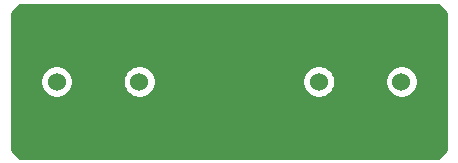
<source format=gbl>
%TF.GenerationSoftware,KiCad,Pcbnew,(5.1.6)-1*%
%TF.CreationDate,2020-08-02T04:50:32+09:00*%
%TF.ProjectId,DummyMic,44756d6d-794d-4696-932e-6b696361645f,rev?*%
%TF.SameCoordinates,Original*%
%TF.FileFunction,Copper,L2,Bot*%
%TF.FilePolarity,Positive*%
%FSLAX46Y46*%
G04 Gerber Fmt 4.6, Leading zero omitted, Abs format (unit mm)*
G04 Created by KiCad (PCBNEW (5.1.6)-1) date 2020-08-02 04:50:32*
%MOMM*%
%LPD*%
G01*
G04 APERTURE LIST*
%TA.AperFunction,ComponentPad*%
%ADD10C,1.524000*%
%TD*%
%TA.AperFunction,ViaPad*%
%ADD11C,0.800000*%
%TD*%
%TA.AperFunction,Conductor*%
%ADD12C,0.254000*%
%TD*%
G04 APERTURE END LIST*
D10*
%TO.P,J2,*%
%TO.N,*%
X165000000Y-73000000D03*
X172000000Y-73000000D03*
%TD*%
%TO.P,J1,*%
%TO.N,*%
X149795000Y-73000000D03*
X142795000Y-73000000D03*
%TD*%
D11*
%TO.N,GND*%
X146500000Y-72900000D03*
X168700000Y-73100000D03*
X160500000Y-77000000D03*
X174000000Y-69200000D03*
X162400000Y-73300000D03*
X160500000Y-68900000D03*
X144200000Y-76800000D03*
%TD*%
D12*
%TO.N,GND*%
G36*
X175740001Y-67173382D02*
G01*
X175740000Y-78826619D01*
X175126620Y-79440000D01*
X139673381Y-79440000D01*
X139060000Y-78826620D01*
X139060000Y-72862408D01*
X141398000Y-72862408D01*
X141398000Y-73137592D01*
X141451686Y-73407490D01*
X141556995Y-73661727D01*
X141709880Y-73890535D01*
X141904465Y-74085120D01*
X142133273Y-74238005D01*
X142387510Y-74343314D01*
X142657408Y-74397000D01*
X142932592Y-74397000D01*
X143202490Y-74343314D01*
X143456727Y-74238005D01*
X143685535Y-74085120D01*
X143880120Y-73890535D01*
X144033005Y-73661727D01*
X144138314Y-73407490D01*
X144192000Y-73137592D01*
X144192000Y-72862408D01*
X148398000Y-72862408D01*
X148398000Y-73137592D01*
X148451686Y-73407490D01*
X148556995Y-73661727D01*
X148709880Y-73890535D01*
X148904465Y-74085120D01*
X149133273Y-74238005D01*
X149387510Y-74343314D01*
X149657408Y-74397000D01*
X149932592Y-74397000D01*
X150202490Y-74343314D01*
X150456727Y-74238005D01*
X150685535Y-74085120D01*
X150880120Y-73890535D01*
X151033005Y-73661727D01*
X151138314Y-73407490D01*
X151192000Y-73137592D01*
X151192000Y-72862408D01*
X163603000Y-72862408D01*
X163603000Y-73137592D01*
X163656686Y-73407490D01*
X163761995Y-73661727D01*
X163914880Y-73890535D01*
X164109465Y-74085120D01*
X164338273Y-74238005D01*
X164592510Y-74343314D01*
X164862408Y-74397000D01*
X165137592Y-74397000D01*
X165407490Y-74343314D01*
X165661727Y-74238005D01*
X165890535Y-74085120D01*
X166085120Y-73890535D01*
X166238005Y-73661727D01*
X166343314Y-73407490D01*
X166397000Y-73137592D01*
X166397000Y-72862408D01*
X170603000Y-72862408D01*
X170603000Y-73137592D01*
X170656686Y-73407490D01*
X170761995Y-73661727D01*
X170914880Y-73890535D01*
X171109465Y-74085120D01*
X171338273Y-74238005D01*
X171592510Y-74343314D01*
X171862408Y-74397000D01*
X172137592Y-74397000D01*
X172407490Y-74343314D01*
X172661727Y-74238005D01*
X172890535Y-74085120D01*
X173085120Y-73890535D01*
X173238005Y-73661727D01*
X173343314Y-73407490D01*
X173397000Y-73137592D01*
X173397000Y-72862408D01*
X173343314Y-72592510D01*
X173238005Y-72338273D01*
X173085120Y-72109465D01*
X172890535Y-71914880D01*
X172661727Y-71761995D01*
X172407490Y-71656686D01*
X172137592Y-71603000D01*
X171862408Y-71603000D01*
X171592510Y-71656686D01*
X171338273Y-71761995D01*
X171109465Y-71914880D01*
X170914880Y-72109465D01*
X170761995Y-72338273D01*
X170656686Y-72592510D01*
X170603000Y-72862408D01*
X166397000Y-72862408D01*
X166343314Y-72592510D01*
X166238005Y-72338273D01*
X166085120Y-72109465D01*
X165890535Y-71914880D01*
X165661727Y-71761995D01*
X165407490Y-71656686D01*
X165137592Y-71603000D01*
X164862408Y-71603000D01*
X164592510Y-71656686D01*
X164338273Y-71761995D01*
X164109465Y-71914880D01*
X163914880Y-72109465D01*
X163761995Y-72338273D01*
X163656686Y-72592510D01*
X163603000Y-72862408D01*
X151192000Y-72862408D01*
X151138314Y-72592510D01*
X151033005Y-72338273D01*
X150880120Y-72109465D01*
X150685535Y-71914880D01*
X150456727Y-71761995D01*
X150202490Y-71656686D01*
X149932592Y-71603000D01*
X149657408Y-71603000D01*
X149387510Y-71656686D01*
X149133273Y-71761995D01*
X148904465Y-71914880D01*
X148709880Y-72109465D01*
X148556995Y-72338273D01*
X148451686Y-72592510D01*
X148398000Y-72862408D01*
X144192000Y-72862408D01*
X144138314Y-72592510D01*
X144033005Y-72338273D01*
X143880120Y-72109465D01*
X143685535Y-71914880D01*
X143456727Y-71761995D01*
X143202490Y-71656686D01*
X142932592Y-71603000D01*
X142657408Y-71603000D01*
X142387510Y-71656686D01*
X142133273Y-71761995D01*
X141904465Y-71914880D01*
X141709880Y-72109465D01*
X141556995Y-72338273D01*
X141451686Y-72592510D01*
X141398000Y-72862408D01*
X139060000Y-72862408D01*
X139060000Y-67173380D01*
X139673381Y-66560000D01*
X175126620Y-66560000D01*
X175740001Y-67173382D01*
G37*
X175740001Y-67173382D02*
X175740000Y-78826619D01*
X175126620Y-79440000D01*
X139673381Y-79440000D01*
X139060000Y-78826620D01*
X139060000Y-72862408D01*
X141398000Y-72862408D01*
X141398000Y-73137592D01*
X141451686Y-73407490D01*
X141556995Y-73661727D01*
X141709880Y-73890535D01*
X141904465Y-74085120D01*
X142133273Y-74238005D01*
X142387510Y-74343314D01*
X142657408Y-74397000D01*
X142932592Y-74397000D01*
X143202490Y-74343314D01*
X143456727Y-74238005D01*
X143685535Y-74085120D01*
X143880120Y-73890535D01*
X144033005Y-73661727D01*
X144138314Y-73407490D01*
X144192000Y-73137592D01*
X144192000Y-72862408D01*
X148398000Y-72862408D01*
X148398000Y-73137592D01*
X148451686Y-73407490D01*
X148556995Y-73661727D01*
X148709880Y-73890535D01*
X148904465Y-74085120D01*
X149133273Y-74238005D01*
X149387510Y-74343314D01*
X149657408Y-74397000D01*
X149932592Y-74397000D01*
X150202490Y-74343314D01*
X150456727Y-74238005D01*
X150685535Y-74085120D01*
X150880120Y-73890535D01*
X151033005Y-73661727D01*
X151138314Y-73407490D01*
X151192000Y-73137592D01*
X151192000Y-72862408D01*
X163603000Y-72862408D01*
X163603000Y-73137592D01*
X163656686Y-73407490D01*
X163761995Y-73661727D01*
X163914880Y-73890535D01*
X164109465Y-74085120D01*
X164338273Y-74238005D01*
X164592510Y-74343314D01*
X164862408Y-74397000D01*
X165137592Y-74397000D01*
X165407490Y-74343314D01*
X165661727Y-74238005D01*
X165890535Y-74085120D01*
X166085120Y-73890535D01*
X166238005Y-73661727D01*
X166343314Y-73407490D01*
X166397000Y-73137592D01*
X166397000Y-72862408D01*
X170603000Y-72862408D01*
X170603000Y-73137592D01*
X170656686Y-73407490D01*
X170761995Y-73661727D01*
X170914880Y-73890535D01*
X171109465Y-74085120D01*
X171338273Y-74238005D01*
X171592510Y-74343314D01*
X171862408Y-74397000D01*
X172137592Y-74397000D01*
X172407490Y-74343314D01*
X172661727Y-74238005D01*
X172890535Y-74085120D01*
X173085120Y-73890535D01*
X173238005Y-73661727D01*
X173343314Y-73407490D01*
X173397000Y-73137592D01*
X173397000Y-72862408D01*
X173343314Y-72592510D01*
X173238005Y-72338273D01*
X173085120Y-72109465D01*
X172890535Y-71914880D01*
X172661727Y-71761995D01*
X172407490Y-71656686D01*
X172137592Y-71603000D01*
X171862408Y-71603000D01*
X171592510Y-71656686D01*
X171338273Y-71761995D01*
X171109465Y-71914880D01*
X170914880Y-72109465D01*
X170761995Y-72338273D01*
X170656686Y-72592510D01*
X170603000Y-72862408D01*
X166397000Y-72862408D01*
X166343314Y-72592510D01*
X166238005Y-72338273D01*
X166085120Y-72109465D01*
X165890535Y-71914880D01*
X165661727Y-71761995D01*
X165407490Y-71656686D01*
X165137592Y-71603000D01*
X164862408Y-71603000D01*
X164592510Y-71656686D01*
X164338273Y-71761995D01*
X164109465Y-71914880D01*
X163914880Y-72109465D01*
X163761995Y-72338273D01*
X163656686Y-72592510D01*
X163603000Y-72862408D01*
X151192000Y-72862408D01*
X151138314Y-72592510D01*
X151033005Y-72338273D01*
X150880120Y-72109465D01*
X150685535Y-71914880D01*
X150456727Y-71761995D01*
X150202490Y-71656686D01*
X149932592Y-71603000D01*
X149657408Y-71603000D01*
X149387510Y-71656686D01*
X149133273Y-71761995D01*
X148904465Y-71914880D01*
X148709880Y-72109465D01*
X148556995Y-72338273D01*
X148451686Y-72592510D01*
X148398000Y-72862408D01*
X144192000Y-72862408D01*
X144138314Y-72592510D01*
X144033005Y-72338273D01*
X143880120Y-72109465D01*
X143685535Y-71914880D01*
X143456727Y-71761995D01*
X143202490Y-71656686D01*
X142932592Y-71603000D01*
X142657408Y-71603000D01*
X142387510Y-71656686D01*
X142133273Y-71761995D01*
X141904465Y-71914880D01*
X141709880Y-72109465D01*
X141556995Y-72338273D01*
X141451686Y-72592510D01*
X141398000Y-72862408D01*
X139060000Y-72862408D01*
X139060000Y-67173380D01*
X139673381Y-66560000D01*
X175126620Y-66560000D01*
X175740001Y-67173382D01*
%TD*%
M02*

</source>
